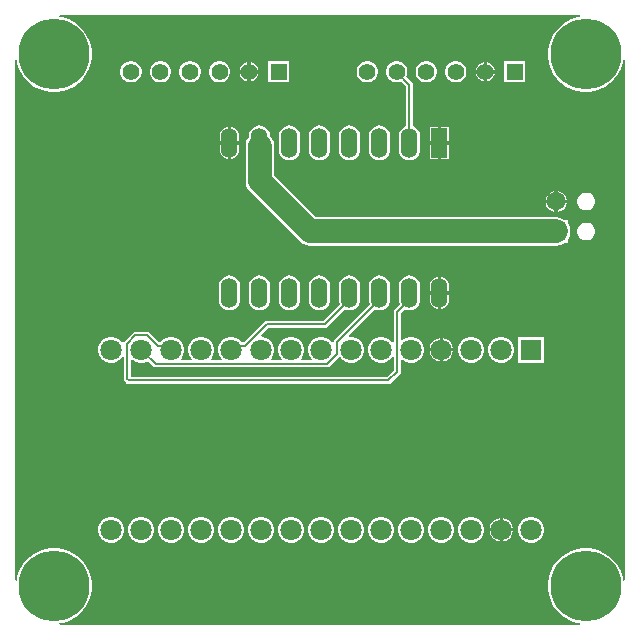
<source format=gbl>
G04*
G04 #@! TF.GenerationSoftware,Altium Limited,Altium Designer,22.11.1 (43)*
G04*
G04 Layer_Physical_Order=4*
G04 Layer_Color=16711680*
%FSLAX25Y25*%
%MOIN*%
G70*
G04*
G04 #@! TF.SameCoordinates,3EAF4D91-0D8D-45E1-A7EC-BFDBC9DB4610*
G04*
G04*
G04 #@! TF.FilePolarity,Positive*
G04*
G01*
G75*
%ADD10C,0.00787*%
%ADD17R,0.05512X0.05512*%
%ADD18C,0.05512*%
%ADD24C,0.07874*%
%ADD26C,0.23622*%
%ADD27R,0.07087X0.07087*%
%ADD28C,0.07087*%
%ADD29R,0.06299X0.06299*%
%ADD30C,0.06299*%
%ADD31R,0.05500X0.10000*%
%ADD32O,0.05500X0.10000*%
G36*
X175406Y12477D02*
X174215Y12288D01*
X172329Y11675D01*
X170562Y10775D01*
X168958Y9610D01*
X167556Y8207D01*
X166390Y6603D01*
X165490Y4836D01*
X164877Y2950D01*
X164567Y991D01*
Y-991D01*
X164877Y-2950D01*
X165490Y-4836D01*
X166390Y-6603D01*
X167556Y-8207D01*
X168958Y-9610D01*
X170562Y-10775D01*
X172329Y-11675D01*
X174215Y-12288D01*
X176174Y-12598D01*
X178157D01*
X180115Y-12288D01*
X182001Y-11675D01*
X183768Y-10775D01*
X185373Y-9610D01*
X186775Y-8207D01*
X187941Y-6603D01*
X188841Y-4836D01*
X189454Y-2950D01*
X189642Y-1760D01*
X190142Y-1799D01*
Y-175366D01*
X189642Y-175406D01*
X189454Y-174215D01*
X188841Y-172329D01*
X187941Y-170562D01*
X186775Y-168958D01*
X185373Y-167556D01*
X183768Y-166390D01*
X182001Y-165490D01*
X180115Y-164877D01*
X178157Y-164567D01*
X176174D01*
X174215Y-164877D01*
X172329Y-165490D01*
X170562Y-166390D01*
X168958Y-167556D01*
X167556Y-168958D01*
X166390Y-170562D01*
X165490Y-172329D01*
X164877Y-174215D01*
X164567Y-176174D01*
Y-178157D01*
X164877Y-180115D01*
X165490Y-182001D01*
X166390Y-183768D01*
X167556Y-185373D01*
X168958Y-186775D01*
X170562Y-187941D01*
X172329Y-188841D01*
X174215Y-189454D01*
X175406Y-189642D01*
X175366Y-190142D01*
X1799D01*
X1760Y-189642D01*
X2950Y-189454D01*
X4836Y-188841D01*
X6603Y-187941D01*
X8207Y-186775D01*
X9610Y-185373D01*
X10775Y-183768D01*
X11675Y-182001D01*
X12288Y-180115D01*
X12598Y-178157D01*
Y-176174D01*
X12288Y-174215D01*
X11675Y-172329D01*
X10775Y-170562D01*
X9610Y-168958D01*
X8207Y-167556D01*
X6603Y-166390D01*
X4836Y-165490D01*
X2950Y-164877D01*
X991Y-164567D01*
X-991D01*
X-2950Y-164877D01*
X-4836Y-165490D01*
X-6603Y-166390D01*
X-8207Y-167556D01*
X-9610Y-168958D01*
X-10775Y-170562D01*
X-11675Y-172329D01*
X-12288Y-174215D01*
X-12477Y-175406D01*
X-12977Y-175366D01*
Y-1799D01*
X-12477Y-1760D01*
X-12288Y-2950D01*
X-11675Y-4836D01*
X-10775Y-6603D01*
X-9610Y-8207D01*
X-8207Y-9610D01*
X-6603Y-10775D01*
X-4836Y-11675D01*
X-2950Y-12288D01*
X-991Y-12598D01*
X991D01*
X2950Y-12288D01*
X4836Y-11675D01*
X6603Y-10775D01*
X8207Y-9610D01*
X9610Y-8207D01*
X10775Y-6603D01*
X11675Y-4836D01*
X12288Y-2950D01*
X12598Y-991D01*
Y991D01*
X12288Y2950D01*
X11675Y4836D01*
X10775Y6603D01*
X9610Y8207D01*
X8207Y9610D01*
X6603Y10775D01*
X4836Y11675D01*
X2950Y12288D01*
X1760Y12477D01*
X1799Y12977D01*
X175366D01*
X175406Y12477D01*
D02*
G37*
%LPC*%
G36*
X144291Y-2705D02*
Y-5217D01*
X146803D01*
X146636Y-4591D01*
X146221Y-3873D01*
X145635Y-3287D01*
X144916Y-2872D01*
X144291Y-2705D01*
D02*
G37*
G36*
X65551D02*
Y-5217D01*
X68063D01*
X67896Y-4591D01*
X67481Y-3873D01*
X66895Y-3287D01*
X66176Y-2872D01*
X65551Y-2705D01*
D02*
G37*
G36*
X143110Y-2705D02*
X142485Y-2872D01*
X141767Y-3287D01*
X141181Y-3873D01*
X140766Y-4591D01*
X140598Y-5217D01*
X143110D01*
Y-2705D01*
D02*
G37*
G36*
X64370D02*
X63745Y-2872D01*
X63027Y-3287D01*
X62440Y-3873D01*
X62026Y-4591D01*
X61858Y-5217D01*
X64370D01*
Y-2705D01*
D02*
G37*
G36*
X146803Y-6398D02*
X144291D01*
Y-8910D01*
X144916Y-8742D01*
X145635Y-8327D01*
X146221Y-7741D01*
X146636Y-7023D01*
X146803Y-6398D01*
D02*
G37*
G36*
X68063D02*
X65551D01*
Y-8910D01*
X66176Y-8742D01*
X66895Y-8327D01*
X67481Y-7741D01*
X67896Y-7023D01*
X68063Y-6398D01*
D02*
G37*
G36*
X143110D02*
X140598D01*
X140766Y-7023D01*
X141181Y-7741D01*
X141767Y-8327D01*
X142485Y-8742D01*
X143110Y-8910D01*
Y-6398D01*
D02*
G37*
G36*
X64370D02*
X61858D01*
X62026Y-7023D01*
X62440Y-7741D01*
X63027Y-8327D01*
X63745Y-8742D01*
X64370Y-8910D01*
Y-6398D01*
D02*
G37*
G36*
X157087Y-2264D02*
X150000D01*
Y-9350D01*
X157087D01*
Y-2264D01*
D02*
G37*
G36*
X134325D02*
X133392D01*
X132491Y-2505D01*
X131683Y-2972D01*
X131023Y-3632D01*
X130556Y-4439D01*
X130315Y-5341D01*
Y-6274D01*
X130556Y-7175D01*
X131023Y-7983D01*
X131683Y-8642D01*
X132491Y-9109D01*
X133392Y-9350D01*
X134325D01*
X135226Y-9109D01*
X136034Y-8642D01*
X136694Y-7983D01*
X137160Y-7175D01*
X137402Y-6274D01*
Y-5341D01*
X137160Y-4439D01*
X136694Y-3632D01*
X136034Y-2972D01*
X135226Y-2505D01*
X134325Y-2264D01*
D02*
G37*
G36*
X124482D02*
X123549D01*
X122648Y-2505D01*
X121840Y-2972D01*
X121180Y-3632D01*
X120714Y-4439D01*
X120473Y-5341D01*
Y-6274D01*
X120714Y-7175D01*
X121180Y-7983D01*
X121840Y-8642D01*
X122648Y-9109D01*
X123549Y-9350D01*
X124482D01*
X125383Y-9109D01*
X126191Y-8642D01*
X126851Y-7983D01*
X127318Y-7175D01*
X127559Y-6274D01*
Y-5341D01*
X127318Y-4439D01*
X126851Y-3632D01*
X126191Y-2972D01*
X125383Y-2505D01*
X124482Y-2264D01*
D02*
G37*
G36*
X104797D02*
X103864D01*
X102963Y-2505D01*
X102155Y-2972D01*
X101495Y-3632D01*
X101029Y-4439D01*
X100787Y-5341D01*
Y-6274D01*
X101029Y-7175D01*
X101495Y-7983D01*
X102155Y-8642D01*
X102963Y-9109D01*
X103864Y-9350D01*
X104797D01*
X105698Y-9109D01*
X106506Y-8642D01*
X107166Y-7983D01*
X107633Y-7175D01*
X107874Y-6274D01*
Y-5341D01*
X107633Y-4439D01*
X107166Y-3632D01*
X106506Y-2972D01*
X105698Y-2505D01*
X104797Y-2264D01*
D02*
G37*
G36*
X78347D02*
X71260D01*
Y-9350D01*
X78347D01*
Y-2264D01*
D02*
G37*
G36*
X55585D02*
X54652D01*
X53750Y-2505D01*
X52943Y-2972D01*
X52283Y-3632D01*
X51816Y-4439D01*
X51575Y-5341D01*
Y-6274D01*
X51816Y-7175D01*
X52283Y-7983D01*
X52943Y-8642D01*
X53750Y-9109D01*
X54652Y-9350D01*
X55585D01*
X56486Y-9109D01*
X57294Y-8642D01*
X57953Y-7983D01*
X58420Y-7175D01*
X58661Y-6274D01*
Y-5341D01*
X58420Y-4439D01*
X57953Y-3632D01*
X57294Y-2972D01*
X56486Y-2505D01*
X55585Y-2264D01*
D02*
G37*
G36*
X45742D02*
X44809D01*
X43908Y-2505D01*
X43100Y-2972D01*
X42440Y-3632D01*
X41974Y-4439D01*
X41732Y-5341D01*
Y-6274D01*
X41974Y-7175D01*
X42440Y-7983D01*
X43100Y-8642D01*
X43908Y-9109D01*
X44809Y-9350D01*
X45742D01*
X46643Y-9109D01*
X47451Y-8642D01*
X48111Y-7983D01*
X48577Y-7175D01*
X48819Y-6274D01*
Y-5341D01*
X48577Y-4439D01*
X48111Y-3632D01*
X47451Y-2972D01*
X46643Y-2505D01*
X45742Y-2264D01*
D02*
G37*
G36*
X35899D02*
X34967D01*
X34065Y-2505D01*
X33257Y-2972D01*
X32598Y-3632D01*
X32131Y-4439D01*
X31890Y-5341D01*
Y-6274D01*
X32131Y-7175D01*
X32598Y-7983D01*
X33257Y-8642D01*
X34065Y-9109D01*
X34967Y-9350D01*
X35899D01*
X36801Y-9109D01*
X37609Y-8642D01*
X38268Y-7983D01*
X38735Y-7175D01*
X38976Y-6274D01*
Y-5341D01*
X38735Y-4439D01*
X38268Y-3632D01*
X37609Y-2972D01*
X36801Y-2505D01*
X35899Y-2264D01*
D02*
G37*
G36*
X26057D02*
X25124D01*
X24223Y-2505D01*
X23415Y-2972D01*
X22755Y-3632D01*
X22289Y-4439D01*
X22047Y-5341D01*
Y-6274D01*
X22289Y-7175D01*
X22755Y-7983D01*
X23415Y-8642D01*
X24223Y-9109D01*
X25124Y-9350D01*
X26057D01*
X26958Y-9109D01*
X27766Y-8642D01*
X28426Y-7983D01*
X28892Y-7175D01*
X29134Y-6274D01*
Y-5341D01*
X28892Y-4439D01*
X28426Y-3632D01*
X27766Y-2972D01*
X26958Y-2505D01*
X26057Y-2264D01*
D02*
G37*
G36*
X131569Y-24134D02*
X129016D01*
Y-28937D01*
X131569D01*
Y-24134D01*
D02*
G37*
G36*
X59016Y-24184D02*
Y-28937D01*
X61596D01*
Y-27278D01*
X61488Y-26457D01*
X61171Y-25692D01*
X60667Y-25035D01*
X60011Y-24532D01*
X59246Y-24215D01*
X59016Y-24184D01*
D02*
G37*
G36*
X127835Y-24134D02*
X125282D01*
Y-28937D01*
X127835D01*
Y-24134D01*
D02*
G37*
G36*
X57835Y-24184D02*
X57604Y-24215D01*
X56840Y-24532D01*
X56183Y-25035D01*
X55679Y-25692D01*
X55362Y-26457D01*
X55254Y-27278D01*
Y-28937D01*
X57835D01*
Y-24184D01*
D02*
G37*
G36*
X61596Y-30118D02*
X59016D01*
Y-34871D01*
X59246Y-34840D01*
X60011Y-34524D01*
X60667Y-34020D01*
X61171Y-33363D01*
X61488Y-32598D01*
X61596Y-31778D01*
Y-30118D01*
D02*
G37*
G36*
X57835D02*
X55254D01*
Y-31778D01*
X55362Y-32598D01*
X55679Y-33363D01*
X56183Y-34020D01*
X56840Y-34524D01*
X57604Y-34840D01*
X57835Y-34871D01*
Y-30118D01*
D02*
G37*
G36*
X131569D02*
X129016D01*
Y-34921D01*
X131569D01*
Y-30118D01*
D02*
G37*
G36*
X127835D02*
X125282D01*
Y-34921D01*
X127835D01*
Y-30118D01*
D02*
G37*
G36*
X114640Y-2264D02*
X113707D01*
X112806Y-2505D01*
X111998Y-2972D01*
X111338Y-3632D01*
X110871Y-4439D01*
X110630Y-5341D01*
Y-6274D01*
X110871Y-7175D01*
X111338Y-7983D01*
X111998Y-8642D01*
X112806Y-9109D01*
X113707Y-9350D01*
X114640D01*
X115541Y-9109D01*
X115687Y-9024D01*
X117221Y-10558D01*
Y-23947D01*
X116641Y-24188D01*
X115902Y-24755D01*
X115335Y-25494D01*
X114979Y-26354D01*
X114857Y-27278D01*
Y-31778D01*
X114979Y-32701D01*
X115335Y-33562D01*
X115902Y-34301D01*
X116641Y-34868D01*
X117502Y-35224D01*
X118425Y-35346D01*
X119349Y-35224D01*
X120209Y-34868D01*
X120948Y-34301D01*
X121515Y-33562D01*
X121872Y-32701D01*
X121993Y-31778D01*
Y-27278D01*
X121872Y-26354D01*
X121515Y-25494D01*
X120948Y-24755D01*
X120209Y-24188D01*
X119629Y-23947D01*
Y-10059D01*
X119538Y-9598D01*
X119277Y-9207D01*
X119277Y-9207D01*
X117391Y-7321D01*
X117475Y-7175D01*
X117717Y-6274D01*
Y-5341D01*
X117475Y-4439D01*
X117009Y-3632D01*
X116349Y-2972D01*
X115541Y-2505D01*
X114640Y-2264D01*
D02*
G37*
G36*
X108425Y-23710D02*
X107502Y-23831D01*
X106641Y-24188D01*
X105902Y-24755D01*
X105335Y-25494D01*
X104979Y-26354D01*
X104857Y-27278D01*
Y-31778D01*
X104979Y-32701D01*
X105335Y-33562D01*
X105902Y-34301D01*
X106641Y-34868D01*
X107502Y-35224D01*
X108425Y-35346D01*
X109349Y-35224D01*
X110209Y-34868D01*
X110948Y-34301D01*
X111515Y-33562D01*
X111872Y-32701D01*
X111993Y-31778D01*
Y-27278D01*
X111872Y-26354D01*
X111515Y-25494D01*
X110948Y-24755D01*
X110209Y-24188D01*
X109349Y-23831D01*
X108425Y-23710D01*
D02*
G37*
G36*
X98425D02*
X97502Y-23831D01*
X96641Y-24188D01*
X95902Y-24755D01*
X95335Y-25494D01*
X94979Y-26354D01*
X94857Y-27278D01*
Y-31778D01*
X94979Y-32701D01*
X95335Y-33562D01*
X95902Y-34301D01*
X96641Y-34868D01*
X97502Y-35224D01*
X98425Y-35346D01*
X99349Y-35224D01*
X100209Y-34868D01*
X100948Y-34301D01*
X101515Y-33562D01*
X101872Y-32701D01*
X101993Y-31778D01*
Y-27278D01*
X101872Y-26354D01*
X101515Y-25494D01*
X100948Y-24755D01*
X100209Y-24188D01*
X99349Y-23831D01*
X98425Y-23710D01*
D02*
G37*
G36*
X88425D02*
X87502Y-23831D01*
X86641Y-24188D01*
X85902Y-24755D01*
X85335Y-25494D01*
X84979Y-26354D01*
X84857Y-27278D01*
Y-31778D01*
X84979Y-32701D01*
X85335Y-33562D01*
X85902Y-34301D01*
X86641Y-34868D01*
X87502Y-35224D01*
X88425Y-35346D01*
X89349Y-35224D01*
X90209Y-34868D01*
X90948Y-34301D01*
X91515Y-33562D01*
X91872Y-32701D01*
X91993Y-31778D01*
Y-27278D01*
X91872Y-26354D01*
X91515Y-25494D01*
X90948Y-24755D01*
X90209Y-24188D01*
X89349Y-23831D01*
X88425Y-23710D01*
D02*
G37*
G36*
X78425D02*
X77502Y-23831D01*
X76641Y-24188D01*
X75902Y-24755D01*
X75335Y-25494D01*
X74979Y-26354D01*
X74857Y-27278D01*
Y-31778D01*
X74979Y-32701D01*
X75335Y-33562D01*
X75902Y-34301D01*
X76641Y-34868D01*
X77502Y-35224D01*
X78425Y-35346D01*
X79349Y-35224D01*
X80209Y-34868D01*
X80948Y-34301D01*
X81515Y-33562D01*
X81872Y-32701D01*
X81993Y-31778D01*
Y-27278D01*
X81872Y-26354D01*
X81515Y-25494D01*
X80948Y-24755D01*
X80209Y-24188D01*
X79349Y-23831D01*
X78425Y-23710D01*
D02*
G37*
G36*
X167913Y-45545D02*
Y-48465D01*
X170833D01*
X170625Y-47688D01*
X170158Y-46880D01*
X169499Y-46220D01*
X168691Y-45753D01*
X167913Y-45545D01*
D02*
G37*
G36*
X166732Y-45545D02*
X165955Y-45753D01*
X165147Y-46220D01*
X164488Y-46880D01*
X164021Y-47688D01*
X163813Y-48465D01*
X166732D01*
Y-45545D01*
D02*
G37*
G36*
X177712Y-46102D02*
X176934D01*
X176183Y-46304D01*
X175510Y-46692D01*
X174960Y-47242D01*
X174571Y-47915D01*
X174370Y-48666D01*
Y-49444D01*
X174571Y-50195D01*
X174960Y-50868D01*
X175510Y-51418D01*
X176183Y-51807D01*
X176934Y-52008D01*
X177712D01*
X178463Y-51807D01*
X179136Y-51418D01*
X179686Y-50868D01*
X180074Y-50195D01*
X180276Y-49444D01*
Y-48666D01*
X180074Y-47915D01*
X179686Y-47242D01*
X179136Y-46692D01*
X178463Y-46304D01*
X177712Y-46102D01*
D02*
G37*
G36*
X170833Y-49646D02*
X167913D01*
Y-52565D01*
X168691Y-52357D01*
X169499Y-51890D01*
X170158Y-51231D01*
X170625Y-50423D01*
X170833Y-49646D01*
D02*
G37*
G36*
X166732D02*
X163813D01*
X164021Y-50423D01*
X164488Y-51231D01*
X165147Y-51890D01*
X165955Y-52357D01*
X166732Y-52565D01*
Y-49646D01*
D02*
G37*
G36*
X177712Y-56102D02*
X176934D01*
X176183Y-56304D01*
X175510Y-56692D01*
X174960Y-57242D01*
X174571Y-57915D01*
X174370Y-58666D01*
Y-59444D01*
X174571Y-60195D01*
X174960Y-60868D01*
X175510Y-61418D01*
X176183Y-61807D01*
X176934Y-62008D01*
X177712D01*
X178463Y-61807D01*
X179136Y-61418D01*
X179686Y-60868D01*
X180074Y-60195D01*
X180276Y-59444D01*
Y-58666D01*
X180074Y-57915D01*
X179686Y-57242D01*
X179136Y-56692D01*
X178463Y-56304D01*
X177712Y-56102D01*
D02*
G37*
G36*
X68425Y-23710D02*
X67502Y-23831D01*
X66641Y-24188D01*
X65902Y-24755D01*
X65335Y-25494D01*
X64979Y-26354D01*
X64857Y-27278D01*
Y-27641D01*
X64423Y-28208D01*
X63946Y-29357D01*
X63784Y-30591D01*
Y-42171D01*
X63946Y-43405D01*
X64423Y-44554D01*
X65180Y-45541D01*
X82064Y-62425D01*
X83051Y-63182D01*
X84200Y-63658D01*
X85433Y-63820D01*
X167323D01*
X168556Y-63658D01*
X169705Y-63182D01*
X169953Y-62992D01*
X171260D01*
Y-61685D01*
X171450Y-61438D01*
X171926Y-60288D01*
X172088Y-59055D01*
X171926Y-57822D01*
X171450Y-56673D01*
X171260Y-56425D01*
Y-55118D01*
X169953D01*
X169705Y-54928D01*
X168556Y-54452D01*
X167323Y-54290D01*
X87407D01*
X73314Y-40198D01*
Y-30591D01*
X73152Y-29357D01*
X72676Y-28208D01*
X71993Y-27318D01*
Y-27278D01*
X71872Y-26354D01*
X71515Y-25494D01*
X70948Y-24755D01*
X70209Y-24188D01*
X69349Y-23831D01*
X68425Y-23710D01*
D02*
G37*
G36*
X129016Y-74185D02*
Y-78937D01*
X131596D01*
Y-77278D01*
X131488Y-76457D01*
X131171Y-75692D01*
X130667Y-75035D01*
X130011Y-74532D01*
X129246Y-74215D01*
X129016Y-74185D01*
D02*
G37*
G36*
X127835D02*
X127604Y-74215D01*
X126840Y-74532D01*
X126183Y-75035D01*
X125679Y-75692D01*
X125362Y-76457D01*
X125254Y-77278D01*
Y-78937D01*
X127835D01*
Y-74185D01*
D02*
G37*
G36*
X131596Y-80118D02*
X129016D01*
Y-84871D01*
X129246Y-84840D01*
X130011Y-84524D01*
X130667Y-84020D01*
X131171Y-83363D01*
X131488Y-82598D01*
X131596Y-81778D01*
Y-80118D01*
D02*
G37*
G36*
X127835D02*
X125254D01*
Y-81778D01*
X125362Y-82598D01*
X125679Y-83363D01*
X126183Y-84020D01*
X126840Y-84524D01*
X127604Y-84840D01*
X127835Y-84871D01*
Y-80118D01*
D02*
G37*
G36*
X118425Y-73710D02*
X117502Y-73831D01*
X116641Y-74188D01*
X115902Y-74755D01*
X115335Y-75494D01*
X114979Y-76354D01*
X114857Y-77278D01*
Y-81778D01*
X114979Y-82701D01*
X115219Y-83281D01*
X113479Y-85021D01*
X113218Y-85411D01*
X113127Y-85872D01*
X113127Y-85872D01*
Y-95816D01*
X112627Y-95950D01*
X112521Y-95766D01*
X111714Y-94960D01*
X110727Y-94390D01*
X109625Y-94095D01*
X108485D01*
X107384Y-94390D01*
X106396Y-94960D01*
X105590Y-95766D01*
X105020Y-96754D01*
X104724Y-97855D01*
Y-98995D01*
X105020Y-100097D01*
X105590Y-101084D01*
X106396Y-101891D01*
X107384Y-102461D01*
X108485Y-102756D01*
X109625D01*
X110727Y-102461D01*
X111714Y-101891D01*
X112521Y-101084D01*
X112627Y-100901D01*
X113127Y-101035D01*
Y-105249D01*
X110918Y-107457D01*
X25535D01*
Y-101737D01*
X26035Y-101530D01*
X26396Y-101891D01*
X27384Y-102461D01*
X28485Y-102756D01*
X29625D01*
X30727Y-102461D01*
X31146Y-102219D01*
X32928Y-104001D01*
X32928Y-104001D01*
X33319Y-104262D01*
X33779Y-104354D01*
X91012D01*
X91012Y-104354D01*
X91473Y-104262D01*
X91864Y-104001D01*
X94927Y-100937D01*
X95547Y-101010D01*
X95590Y-101084D01*
X96396Y-101891D01*
X97383Y-102461D01*
X98485Y-102756D01*
X99625D01*
X100727Y-102461D01*
X101714Y-101891D01*
X102521Y-101084D01*
X103091Y-100097D01*
X103386Y-98995D01*
Y-97855D01*
X103091Y-96754D01*
X102521Y-95766D01*
X101714Y-94960D01*
X100727Y-94390D01*
X99625Y-94095D01*
X98518D01*
X98420Y-93982D01*
X98238Y-93667D01*
X106922Y-84984D01*
X107502Y-85224D01*
X108425Y-85346D01*
X109349Y-85224D01*
X110209Y-84868D01*
X110948Y-84301D01*
X111515Y-83561D01*
X111872Y-82701D01*
X111993Y-81778D01*
Y-77278D01*
X111872Y-76354D01*
X111515Y-75494D01*
X110948Y-74755D01*
X110209Y-74188D01*
X109349Y-73831D01*
X108425Y-73710D01*
X107502Y-73831D01*
X106641Y-74188D01*
X105902Y-74755D01*
X105335Y-75494D01*
X104979Y-76354D01*
X104857Y-77278D01*
Y-81778D01*
X104979Y-82701D01*
X105219Y-83281D01*
X93479Y-95021D01*
X93218Y-95411D01*
X93135Y-95830D01*
X93028Y-95887D01*
X92627Y-95950D01*
X92520Y-95766D01*
X91714Y-94960D01*
X90727Y-94390D01*
X89625Y-94095D01*
X88485D01*
X87384Y-94390D01*
X86396Y-94960D01*
X85590Y-95766D01*
X85020Y-96754D01*
X84724Y-97855D01*
Y-98995D01*
X85020Y-100097D01*
X85590Y-101084D01*
X85951Y-101445D01*
X85744Y-101945D01*
X82367D01*
X82160Y-101445D01*
X82521Y-101084D01*
X83091Y-100097D01*
X83386Y-98995D01*
Y-97855D01*
X83091Y-96754D01*
X82521Y-95766D01*
X81714Y-94960D01*
X80727Y-94390D01*
X79625Y-94095D01*
X78485D01*
X77384Y-94390D01*
X76396Y-94960D01*
X75590Y-95766D01*
X75020Y-96754D01*
X74724Y-97855D01*
Y-98995D01*
X75020Y-100097D01*
X75590Y-101084D01*
X75951Y-101445D01*
X75744Y-101945D01*
X72367D01*
X72159Y-101445D01*
X72521Y-101084D01*
X73091Y-100097D01*
X73386Y-98995D01*
Y-97855D01*
X73091Y-96754D01*
X72521Y-95766D01*
X71714Y-94960D01*
X70727Y-94390D01*
X69625Y-94095D01*
X69115D01*
X68908Y-93594D01*
X71348Y-91154D01*
X90253D01*
X90253Y-91154D01*
X90714Y-91062D01*
X91105Y-90801D01*
X96922Y-84984D01*
X97502Y-85224D01*
X98425Y-85346D01*
X99349Y-85224D01*
X100209Y-84868D01*
X100948Y-84301D01*
X101515Y-83561D01*
X101872Y-82701D01*
X101993Y-81778D01*
Y-77278D01*
X101872Y-76354D01*
X101515Y-75494D01*
X100948Y-74755D01*
X100209Y-74188D01*
X99349Y-73831D01*
X98425Y-73710D01*
X97502Y-73831D01*
X96641Y-74188D01*
X95902Y-74755D01*
X95335Y-75494D01*
X94979Y-76354D01*
X94857Y-77278D01*
Y-81778D01*
X94979Y-82701D01*
X95219Y-83281D01*
X89754Y-88745D01*
X70850D01*
X70849Y-88745D01*
X70389Y-88837D01*
X69998Y-89098D01*
X69998Y-89098D01*
X63125Y-95971D01*
X62616Y-95931D01*
X62520Y-95766D01*
X61714Y-94960D01*
X60727Y-94390D01*
X59625Y-94095D01*
X58485D01*
X57384Y-94390D01*
X56396Y-94960D01*
X55590Y-95766D01*
X55020Y-96754D01*
X54724Y-97855D01*
Y-98995D01*
X55020Y-100097D01*
X55590Y-101084D01*
X55951Y-101445D01*
X55744Y-101945D01*
X52367D01*
X52160Y-101445D01*
X52521Y-101084D01*
X53091Y-100097D01*
X53386Y-98995D01*
Y-97855D01*
X53091Y-96754D01*
X52521Y-95766D01*
X51714Y-94960D01*
X50727Y-94390D01*
X49625Y-94095D01*
X48485D01*
X47383Y-94390D01*
X46396Y-94960D01*
X45590Y-95766D01*
X45020Y-96754D01*
X44724Y-97855D01*
Y-98995D01*
X45020Y-100097D01*
X45590Y-101084D01*
X45951Y-101445D01*
X45744Y-101945D01*
X42367D01*
X42160Y-101445D01*
X42520Y-101084D01*
X43091Y-100097D01*
X43386Y-98995D01*
Y-97855D01*
X43091Y-96754D01*
X42520Y-95766D01*
X41714Y-94960D01*
X40727Y-94390D01*
X39625Y-94095D01*
X38485D01*
X37383Y-94390D01*
X36396Y-94960D01*
X35590Y-95766D01*
X35495Y-95931D01*
X34986Y-95971D01*
X31864Y-92849D01*
X31473Y-92588D01*
X31012Y-92497D01*
X31012Y-92497D01*
X27098D01*
X27098Y-92497D01*
X26637Y-92588D01*
X26247Y-92849D01*
X26247Y-92849D01*
X23479Y-95617D01*
X23218Y-96007D01*
X22696Y-96070D01*
X22521Y-95766D01*
X21714Y-94960D01*
X20727Y-94390D01*
X19625Y-94095D01*
X18485D01*
X17383Y-94390D01*
X16396Y-94960D01*
X15590Y-95766D01*
X15020Y-96754D01*
X14724Y-97855D01*
Y-98995D01*
X15020Y-100097D01*
X15590Y-101084D01*
X16396Y-101891D01*
X17383Y-102461D01*
X18485Y-102756D01*
X19625D01*
X20727Y-102461D01*
X21714Y-101891D01*
X22521Y-101084D01*
X22626Y-100901D01*
X23126Y-101035D01*
Y-108200D01*
X23126Y-108200D01*
X23218Y-108661D01*
X23479Y-109052D01*
X23940Y-109513D01*
X23940Y-109513D01*
X24331Y-109774D01*
X24792Y-109866D01*
X24792Y-109866D01*
X111417D01*
X111417Y-109866D01*
X111878Y-109774D01*
X112269Y-109513D01*
X115182Y-106600D01*
X115182Y-106600D01*
X115443Y-106209D01*
X115535Y-105748D01*
X115535Y-105748D01*
Y-101737D01*
X116035Y-101530D01*
X116396Y-101891D01*
X117384Y-102461D01*
X118485Y-102756D01*
X119625D01*
X120727Y-102461D01*
X121714Y-101891D01*
X122520Y-101084D01*
X123091Y-100097D01*
X123386Y-98995D01*
Y-97855D01*
X123091Y-96754D01*
X122520Y-95766D01*
X121714Y-94960D01*
X120727Y-94390D01*
X119625Y-94095D01*
X118485D01*
X117384Y-94390D01*
X116396Y-94960D01*
X116035Y-95321D01*
X115535Y-95114D01*
Y-86371D01*
X116922Y-84984D01*
X117502Y-85224D01*
X118425Y-85346D01*
X119349Y-85224D01*
X120209Y-84868D01*
X120948Y-84301D01*
X121515Y-83561D01*
X121872Y-82701D01*
X121993Y-81778D01*
Y-77278D01*
X121872Y-76354D01*
X121515Y-75494D01*
X120948Y-74755D01*
X120209Y-74188D01*
X119349Y-73831D01*
X118425Y-73710D01*
D02*
G37*
G36*
X88425D02*
X87502Y-73831D01*
X86641Y-74188D01*
X85902Y-74755D01*
X85335Y-75494D01*
X84979Y-76354D01*
X84857Y-77278D01*
Y-81778D01*
X84979Y-82701D01*
X85335Y-83561D01*
X85902Y-84301D01*
X86641Y-84868D01*
X87502Y-85224D01*
X88425Y-85346D01*
X89349Y-85224D01*
X90209Y-84868D01*
X90948Y-84301D01*
X91515Y-83561D01*
X91872Y-82701D01*
X91993Y-81778D01*
Y-77278D01*
X91872Y-76354D01*
X91515Y-75494D01*
X90948Y-74755D01*
X90209Y-74188D01*
X89349Y-73831D01*
X88425Y-73710D01*
D02*
G37*
G36*
X78425D02*
X77502Y-73831D01*
X76641Y-74188D01*
X75902Y-74755D01*
X75335Y-75494D01*
X74979Y-76354D01*
X74857Y-77278D01*
Y-81778D01*
X74979Y-82701D01*
X75335Y-83561D01*
X75902Y-84301D01*
X76641Y-84868D01*
X77502Y-85224D01*
X78425Y-85346D01*
X79349Y-85224D01*
X80209Y-84868D01*
X80948Y-84301D01*
X81515Y-83561D01*
X81872Y-82701D01*
X81993Y-81778D01*
Y-77278D01*
X81872Y-76354D01*
X81515Y-75494D01*
X80948Y-74755D01*
X80209Y-74188D01*
X79349Y-73831D01*
X78425Y-73710D01*
D02*
G37*
G36*
X68425D02*
X67502Y-73831D01*
X66641Y-74188D01*
X65902Y-74755D01*
X65335Y-75494D01*
X64979Y-76354D01*
X64857Y-77278D01*
Y-81778D01*
X64979Y-82701D01*
X65335Y-83561D01*
X65902Y-84301D01*
X66641Y-84868D01*
X67502Y-85224D01*
X68425Y-85346D01*
X69349Y-85224D01*
X70209Y-84868D01*
X70948Y-84301D01*
X71515Y-83561D01*
X71872Y-82701D01*
X71993Y-81778D01*
Y-77278D01*
X71872Y-76354D01*
X71515Y-75494D01*
X70948Y-74755D01*
X70209Y-74188D01*
X69349Y-73831D01*
X68425Y-73710D01*
D02*
G37*
G36*
X58425D02*
X57502Y-73831D01*
X56641Y-74188D01*
X55902Y-74755D01*
X55335Y-75494D01*
X54979Y-76354D01*
X54857Y-77278D01*
Y-81778D01*
X54979Y-82701D01*
X55335Y-83561D01*
X55902Y-84301D01*
X56641Y-84868D01*
X57502Y-85224D01*
X58425Y-85346D01*
X59349Y-85224D01*
X60209Y-84868D01*
X60948Y-84301D01*
X61515Y-83561D01*
X61872Y-82701D01*
X61993Y-81778D01*
Y-77278D01*
X61872Y-76354D01*
X61515Y-75494D01*
X60948Y-74755D01*
X60209Y-74188D01*
X59349Y-73831D01*
X58425Y-73710D01*
D02*
G37*
G36*
X129646Y-94508D02*
Y-97835D01*
X132973D01*
X132724Y-96906D01*
X132205Y-96008D01*
X131473Y-95275D01*
X130575Y-94757D01*
X129646Y-94508D01*
D02*
G37*
G36*
X128465D02*
X127535Y-94757D01*
X126638Y-95275D01*
X125905Y-96008D01*
X125386Y-96906D01*
X125137Y-97835D01*
X128465D01*
Y-94508D01*
D02*
G37*
G36*
X132973Y-99016D02*
X129646D01*
Y-102343D01*
X130575Y-102094D01*
X131473Y-101576D01*
X132205Y-100843D01*
X132724Y-99945D01*
X132973Y-99016D01*
D02*
G37*
G36*
X128465D02*
X125137D01*
X125386Y-99945D01*
X125905Y-100843D01*
X126638Y-101576D01*
X127535Y-102094D01*
X128465Y-102343D01*
Y-99016D01*
D02*
G37*
G36*
X163386Y-94095D02*
X154724D01*
Y-102756D01*
X163386D01*
Y-94095D01*
D02*
G37*
G36*
X149625D02*
X148485D01*
X147383Y-94390D01*
X146396Y-94960D01*
X145590Y-95766D01*
X145020Y-96754D01*
X144724Y-97855D01*
Y-98995D01*
X145020Y-100097D01*
X145590Y-101084D01*
X146396Y-101891D01*
X147383Y-102461D01*
X148485Y-102756D01*
X149625D01*
X150727Y-102461D01*
X151714Y-101891D01*
X152521Y-101084D01*
X153091Y-100097D01*
X153386Y-98995D01*
Y-97855D01*
X153091Y-96754D01*
X152521Y-95766D01*
X151714Y-94960D01*
X150727Y-94390D01*
X149625Y-94095D01*
D02*
G37*
G36*
X139625D02*
X138485D01*
X137383Y-94390D01*
X136396Y-94960D01*
X135590Y-95766D01*
X135020Y-96754D01*
X134724Y-97855D01*
Y-98995D01*
X135020Y-100097D01*
X135590Y-101084D01*
X136396Y-101891D01*
X137383Y-102461D01*
X138485Y-102756D01*
X139625D01*
X140727Y-102461D01*
X141714Y-101891D01*
X142520Y-101084D01*
X143091Y-100097D01*
X143386Y-98995D01*
Y-97855D01*
X143091Y-96754D01*
X142520Y-95766D01*
X141714Y-94960D01*
X140727Y-94390D01*
X139625Y-94095D01*
D02*
G37*
G36*
X149646Y-154508D02*
Y-157835D01*
X152973D01*
X152724Y-156906D01*
X152206Y-156008D01*
X151472Y-155275D01*
X150575Y-154756D01*
X149646Y-154508D01*
D02*
G37*
G36*
X148465D02*
X147536Y-154756D01*
X146638Y-155275D01*
X145905Y-156008D01*
X145386Y-156906D01*
X145138Y-157835D01*
X148465D01*
Y-154508D01*
D02*
G37*
G36*
X152973Y-159016D02*
X149646D01*
Y-162343D01*
X150575Y-162094D01*
X151472Y-161576D01*
X152206Y-160843D01*
X152724Y-159945D01*
X152973Y-159016D01*
D02*
G37*
G36*
X148465D02*
X145138D01*
X145386Y-159945D01*
X145905Y-160843D01*
X146638Y-161576D01*
X147536Y-162094D01*
X148465Y-162343D01*
Y-159016D01*
D02*
G37*
G36*
X159625Y-154095D02*
X158485D01*
X157384Y-154390D01*
X156396Y-154960D01*
X155590Y-155766D01*
X155020Y-156754D01*
X154724Y-157855D01*
Y-158995D01*
X155020Y-160097D01*
X155590Y-161084D01*
X156396Y-161891D01*
X157384Y-162461D01*
X158485Y-162756D01*
X159625D01*
X160727Y-162461D01*
X161714Y-161891D01*
X162521Y-161084D01*
X163091Y-160097D01*
X163386Y-158995D01*
Y-157855D01*
X163091Y-156754D01*
X162521Y-155766D01*
X161714Y-154960D01*
X160727Y-154390D01*
X159625Y-154095D01*
D02*
G37*
G36*
X139625D02*
X138485D01*
X137383Y-154390D01*
X136396Y-154960D01*
X135590Y-155766D01*
X135020Y-156754D01*
X134724Y-157855D01*
Y-158995D01*
X135020Y-160097D01*
X135590Y-161084D01*
X136396Y-161891D01*
X137383Y-162461D01*
X138485Y-162756D01*
X139625D01*
X140727Y-162461D01*
X141714Y-161891D01*
X142520Y-161084D01*
X143091Y-160097D01*
X143386Y-158995D01*
Y-157855D01*
X143091Y-156754D01*
X142520Y-155766D01*
X141714Y-154960D01*
X140727Y-154390D01*
X139625Y-154095D01*
D02*
G37*
G36*
X129625D02*
X128485D01*
X127383Y-154390D01*
X126396Y-154960D01*
X125590Y-155766D01*
X125020Y-156754D01*
X124724Y-157855D01*
Y-158995D01*
X125020Y-160097D01*
X125590Y-161084D01*
X126396Y-161891D01*
X127383Y-162461D01*
X128485Y-162756D01*
X129625D01*
X130727Y-162461D01*
X131714Y-161891D01*
X132520Y-161084D01*
X133091Y-160097D01*
X133386Y-158995D01*
Y-157855D01*
X133091Y-156754D01*
X132520Y-155766D01*
X131714Y-154960D01*
X130727Y-154390D01*
X129625Y-154095D01*
D02*
G37*
G36*
X119625D02*
X118485D01*
X117384Y-154390D01*
X116396Y-154960D01*
X115590Y-155766D01*
X115020Y-156754D01*
X114724Y-157855D01*
Y-158995D01*
X115020Y-160097D01*
X115590Y-161084D01*
X116396Y-161891D01*
X117384Y-162461D01*
X118485Y-162756D01*
X119625D01*
X120727Y-162461D01*
X121714Y-161891D01*
X122520Y-161084D01*
X123091Y-160097D01*
X123386Y-158995D01*
Y-157855D01*
X123091Y-156754D01*
X122520Y-155766D01*
X121714Y-154960D01*
X120727Y-154390D01*
X119625Y-154095D01*
D02*
G37*
G36*
X109625D02*
X108485D01*
X107384Y-154390D01*
X106396Y-154960D01*
X105590Y-155766D01*
X105020Y-156754D01*
X104724Y-157855D01*
Y-158995D01*
X105020Y-160097D01*
X105590Y-161084D01*
X106396Y-161891D01*
X107384Y-162461D01*
X108485Y-162756D01*
X109625D01*
X110727Y-162461D01*
X111714Y-161891D01*
X112521Y-161084D01*
X113091Y-160097D01*
X113386Y-158995D01*
Y-157855D01*
X113091Y-156754D01*
X112521Y-155766D01*
X111714Y-154960D01*
X110727Y-154390D01*
X109625Y-154095D01*
D02*
G37*
G36*
X99625D02*
X98485D01*
X97383Y-154390D01*
X96396Y-154960D01*
X95590Y-155766D01*
X95020Y-156754D01*
X94724Y-157855D01*
Y-158995D01*
X95020Y-160097D01*
X95590Y-161084D01*
X96396Y-161891D01*
X97383Y-162461D01*
X98485Y-162756D01*
X99625D01*
X100727Y-162461D01*
X101714Y-161891D01*
X102521Y-161084D01*
X103091Y-160097D01*
X103386Y-158995D01*
Y-157855D01*
X103091Y-156754D01*
X102521Y-155766D01*
X101714Y-154960D01*
X100727Y-154390D01*
X99625Y-154095D01*
D02*
G37*
G36*
X89625D02*
X88485D01*
X87384Y-154390D01*
X86396Y-154960D01*
X85590Y-155766D01*
X85020Y-156754D01*
X84724Y-157855D01*
Y-158995D01*
X85020Y-160097D01*
X85590Y-161084D01*
X86396Y-161891D01*
X87384Y-162461D01*
X88485Y-162756D01*
X89625D01*
X90727Y-162461D01*
X91714Y-161891D01*
X92520Y-161084D01*
X93091Y-160097D01*
X93386Y-158995D01*
Y-157855D01*
X93091Y-156754D01*
X92520Y-155766D01*
X91714Y-154960D01*
X90727Y-154390D01*
X89625Y-154095D01*
D02*
G37*
G36*
X79625D02*
X78485D01*
X77384Y-154390D01*
X76396Y-154960D01*
X75590Y-155766D01*
X75020Y-156754D01*
X74724Y-157855D01*
Y-158995D01*
X75020Y-160097D01*
X75590Y-161084D01*
X76396Y-161891D01*
X77384Y-162461D01*
X78485Y-162756D01*
X79625D01*
X80727Y-162461D01*
X81714Y-161891D01*
X82521Y-161084D01*
X83091Y-160097D01*
X83386Y-158995D01*
Y-157855D01*
X83091Y-156754D01*
X82521Y-155766D01*
X81714Y-154960D01*
X80727Y-154390D01*
X79625Y-154095D01*
D02*
G37*
G36*
X69625D02*
X68485D01*
X67383Y-154390D01*
X66396Y-154960D01*
X65590Y-155766D01*
X65020Y-156754D01*
X64724Y-157855D01*
Y-158995D01*
X65020Y-160097D01*
X65590Y-161084D01*
X66396Y-161891D01*
X67383Y-162461D01*
X68485Y-162756D01*
X69625D01*
X70727Y-162461D01*
X71714Y-161891D01*
X72521Y-161084D01*
X73091Y-160097D01*
X73386Y-158995D01*
Y-157855D01*
X73091Y-156754D01*
X72521Y-155766D01*
X71714Y-154960D01*
X70727Y-154390D01*
X69625Y-154095D01*
D02*
G37*
G36*
X59625D02*
X58485D01*
X57384Y-154390D01*
X56396Y-154960D01*
X55590Y-155766D01*
X55020Y-156754D01*
X54724Y-157855D01*
Y-158995D01*
X55020Y-160097D01*
X55590Y-161084D01*
X56396Y-161891D01*
X57384Y-162461D01*
X58485Y-162756D01*
X59625D01*
X60727Y-162461D01*
X61714Y-161891D01*
X62520Y-161084D01*
X63091Y-160097D01*
X63386Y-158995D01*
Y-157855D01*
X63091Y-156754D01*
X62520Y-155766D01*
X61714Y-154960D01*
X60727Y-154390D01*
X59625Y-154095D01*
D02*
G37*
G36*
X49625D02*
X48485D01*
X47383Y-154390D01*
X46396Y-154960D01*
X45590Y-155766D01*
X45020Y-156754D01*
X44724Y-157855D01*
Y-158995D01*
X45020Y-160097D01*
X45590Y-161084D01*
X46396Y-161891D01*
X47383Y-162461D01*
X48485Y-162756D01*
X49625D01*
X50727Y-162461D01*
X51714Y-161891D01*
X52521Y-161084D01*
X53091Y-160097D01*
X53386Y-158995D01*
Y-157855D01*
X53091Y-156754D01*
X52521Y-155766D01*
X51714Y-154960D01*
X50727Y-154390D01*
X49625Y-154095D01*
D02*
G37*
G36*
X39625D02*
X38485D01*
X37383Y-154390D01*
X36396Y-154960D01*
X35590Y-155766D01*
X35019Y-156754D01*
X34724Y-157855D01*
Y-158995D01*
X35019Y-160097D01*
X35590Y-161084D01*
X36396Y-161891D01*
X37383Y-162461D01*
X38485Y-162756D01*
X39625D01*
X40727Y-162461D01*
X41714Y-161891D01*
X42520Y-161084D01*
X43091Y-160097D01*
X43386Y-158995D01*
Y-157855D01*
X43091Y-156754D01*
X42520Y-155766D01*
X41714Y-154960D01*
X40727Y-154390D01*
X39625Y-154095D01*
D02*
G37*
G36*
X29625D02*
X28485D01*
X27384Y-154390D01*
X26396Y-154960D01*
X25590Y-155766D01*
X25020Y-156754D01*
X24724Y-157855D01*
Y-158995D01*
X25020Y-160097D01*
X25590Y-161084D01*
X26396Y-161891D01*
X27384Y-162461D01*
X28485Y-162756D01*
X29625D01*
X30727Y-162461D01*
X31714Y-161891D01*
X32520Y-161084D01*
X33091Y-160097D01*
X33386Y-158995D01*
Y-157855D01*
X33091Y-156754D01*
X32520Y-155766D01*
X31714Y-154960D01*
X30727Y-154390D01*
X29625Y-154095D01*
D02*
G37*
G36*
X19625D02*
X18485D01*
X17383Y-154390D01*
X16396Y-154960D01*
X15590Y-155766D01*
X15020Y-156754D01*
X14724Y-157855D01*
Y-158995D01*
X15020Y-160097D01*
X15590Y-161084D01*
X16396Y-161891D01*
X17383Y-162461D01*
X18485Y-162756D01*
X19625D01*
X20727Y-162461D01*
X21714Y-161891D01*
X22521Y-161084D01*
X23091Y-160097D01*
X23386Y-158995D01*
Y-157855D01*
X23091Y-156754D01*
X22521Y-155766D01*
X21714Y-154960D01*
X20727Y-154390D01*
X19625Y-154095D01*
D02*
G37*
%LPD*%
D10*
X114173Y-5807D02*
X118425Y-10059D01*
Y-29528D02*
Y-10059D01*
X114331Y-85872D02*
X118425Y-81778D01*
X114331Y-105748D02*
Y-85872D01*
X111417Y-108661D02*
X114331Y-105748D01*
X118425Y-81778D02*
Y-79528D01*
X24331Y-108200D02*
X24792Y-108661D01*
X111417D01*
X24331Y-108200D02*
Y-96468D01*
X27098Y-93701D01*
X31012D02*
X34531Y-97220D01*
X37850D01*
X27098Y-93701D02*
X31012D01*
X37850Y-97220D02*
X39055Y-98425D01*
X33779Y-103150D02*
X91012D01*
X29055Y-98425D02*
X33779Y-103150D01*
X91012D02*
X94331Y-99831D01*
X90253Y-89950D02*
X98425Y-81778D01*
X96569Y-81384D02*
X98425Y-79528D01*
X108425Y-81778D02*
Y-79528D01*
X94331Y-95872D02*
X108425Y-81778D01*
X94331Y-99831D02*
Y-95872D01*
X98425Y-81778D02*
Y-79528D01*
X70849Y-89950D02*
X90253D01*
X63579Y-97220D02*
X70849Y-89950D01*
X60260Y-97220D02*
X63579D01*
X59055Y-98425D02*
X60260Y-97220D01*
D17*
X74803Y-5807D02*
D03*
X153543D02*
D03*
D18*
X64961D02*
D03*
X55118D02*
D03*
X45276D02*
D03*
X35433D02*
D03*
X25591D02*
D03*
X143701D02*
D03*
X133858D02*
D03*
X124016D02*
D03*
X114173D02*
D03*
X104331D02*
D03*
D24*
X68549Y-42171D02*
X85433Y-59055D01*
X68549Y-42171D02*
Y-30591D01*
X85433Y-59055D02*
X167323D01*
D26*
X177165Y0D02*
D03*
X0D02*
D03*
Y-177165D02*
D03*
X177165D02*
D03*
D27*
X159055Y-98425D02*
D03*
D28*
X149055D02*
D03*
X139055D02*
D03*
X129055D02*
D03*
X119055D02*
D03*
X109055D02*
D03*
X99055D02*
D03*
X89055D02*
D03*
X79055D02*
D03*
X69055D02*
D03*
X59055D02*
D03*
X49055D02*
D03*
X39055D02*
D03*
X29055D02*
D03*
X19055D02*
D03*
Y-158425D02*
D03*
X29055D02*
D03*
X39055D02*
D03*
X49055D02*
D03*
X59055D02*
D03*
X69055D02*
D03*
X79055D02*
D03*
X89055D02*
D03*
X99055D02*
D03*
X109055D02*
D03*
X119055D02*
D03*
X129055D02*
D03*
X139055D02*
D03*
X149055D02*
D03*
X159055D02*
D03*
D29*
X167323Y-59055D02*
D03*
D30*
Y-49055D02*
D03*
D31*
X128425Y-29528D02*
D03*
D32*
X118425D02*
D03*
X108425D02*
D03*
X98425D02*
D03*
X88425D02*
D03*
X78425D02*
D03*
X68425D02*
D03*
X58425D02*
D03*
X128425Y-79528D02*
D03*
X118425D02*
D03*
X108425D02*
D03*
X98425D02*
D03*
X88425D02*
D03*
X78425D02*
D03*
X68425D02*
D03*
X58425D02*
D03*
M02*

</source>
